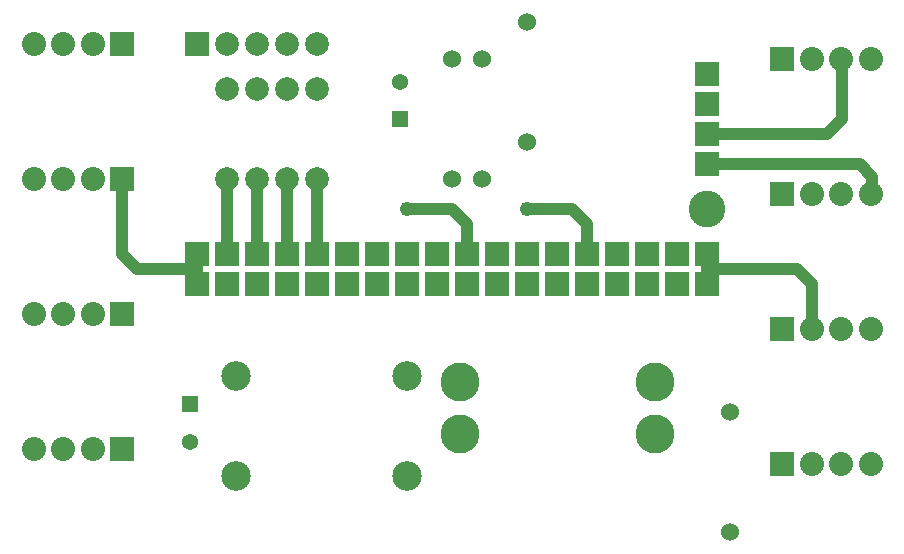
<source format=gbr>
G04 EasyPC Gerber Version 20.0.2 Build 4112 *
G04 #@! TF.Part,Single*
G04 #@! TF.FileFunction,Copper,L1,Top *
%FSLAX35Y35*%
%MOIN*%
G04 #@! TA.AperFunction,SMDPad*
%ADD104R,0.07874X0.07874*%
G04 #@! TA.AperFunction,ComponentPad*
%ADD102R,0.05400X0.05400*%
%ADD108R,0.07874X0.07874*%
%ADD105R,0.08000X0.08000*%
G04 #@! TD.AperFunction*
%ADD112C,0.03937*%
%ADD89C,0.04800*%
G04 #@! TA.AperFunction,ComponentPad*
%ADD103C,0.05400*%
G04 #@! TD.AperFunction*
%ADD22C,0.06000*%
G04 #@! TA.AperFunction,ComponentPad*
%ADD107C,0.07874*%
%ADD106C,0.08000*%
%ADD101C,0.09843*%
G04 #@! TA.AperFunction,WasherPad*
%ADD100C,0.12205*%
G04 #@! TA.AperFunction,ComponentPad*
%ADD110C,0.12992*%
G04 #@! TA.AperFunction,SMDPad*
%ADD109R,0.07874X0.07874*%
X0Y0D02*
D02*
D22*
X150256Y127750D03*
Y167750D03*
X160256Y127750D03*
Y167750D03*
X175256Y140250D03*
Y180250D03*
X242756Y10250D03*
Y50250D03*
D02*
D89*
X135256Y117750D03*
X175256D03*
D02*
D100*
X235256D03*
D02*
D101*
X78169Y28695D03*
Y62159D03*
X135256Y28695D03*
Y62159D03*
D02*
D102*
X62756Y52750D03*
X132756Y147750D03*
D02*
D103*
X62756Y40250D03*
X132756Y160250D03*
D02*
D104*
X65256Y92750D03*
Y102750D03*
X75256Y92750D03*
Y102750D03*
X85256Y92750D03*
Y102750D03*
X95256Y92750D03*
Y102750D03*
X105256Y92750D03*
Y102750D03*
X115256Y92750D03*
X125256D03*
X135256D03*
X145256D03*
X155256D03*
Y102750D03*
X165256Y92750D03*
Y102750D03*
X175256D03*
X195256D03*
X205256Y92750D03*
Y102750D03*
X215256Y92750D03*
Y102750D03*
X225256Y92750D03*
Y102750D03*
X235256Y92750D03*
Y102750D03*
Y132750D03*
Y142750D03*
Y152750D03*
Y162750D03*
D02*
D105*
X40256Y37750D03*
Y82750D03*
Y127750D03*
Y172750D03*
X260256Y32750D03*
Y77750D03*
Y122750D03*
Y167750D03*
D02*
D106*
X10728Y37750D03*
Y82750D03*
Y127750D03*
Y172750D03*
X20571Y37750D03*
Y82750D03*
Y127750D03*
Y172750D03*
X30413Y37750D03*
Y82750D03*
Y127750D03*
Y172750D03*
X270098Y32750D03*
Y77750D03*
Y122750D03*
Y167750D03*
X279941Y32750D03*
Y77750D03*
Y122750D03*
Y167750D03*
X289783Y32750D03*
Y77750D03*
Y122750D03*
Y167750D03*
D02*
D107*
X75222Y127750D03*
Y157750D03*
X75256Y172750D03*
X85222Y127750D03*
Y157750D03*
X85256Y172750D03*
X95222Y127750D03*
Y157750D03*
X95256Y172750D03*
X105222Y127750D03*
Y157750D03*
X105256Y172750D03*
D02*
D108*
X65256D03*
D02*
D109*
X115256Y102750D03*
X125256D03*
X135256D03*
X145256D03*
X175256Y92750D03*
X185256D03*
Y102750D03*
X195256Y92750D03*
D02*
D110*
X152717Y60250D03*
X152756Y42750D03*
X217756Y60250D03*
X217795Y42750D03*
D02*
D112*
X40256Y127750D02*
Y102750D01*
X45256Y97750*
X65256*
Y92750*
Y102750D02*
Y97750D01*
X75222Y127750D02*
X75256Y102750D01*
X85222Y127750D02*
X85256Y102750D01*
X95222Y127750D02*
X95256Y102750D01*
X105222Y127750D02*
X105256Y102750D01*
X135256Y117750D02*
X150256D01*
X155256Y112750*
Y102750*
X175256Y117750D02*
X190256D01*
X195256Y112750*
Y102750*
X235256Y97750D02*
Y92750D01*
Y102750D02*
Y92750D01*
Y102750D02*
Y97750D01*
X270098Y77750D02*
X270256D01*
Y92750*
X265256Y97750*
X235256*
Y102750*
X279941Y167750D02*
X280256D01*
Y147750*
X275256Y142750*
X235256*
X289783Y122750D02*
X290256D01*
Y128634*
X286140Y132750*
X235256*
X0Y0D02*
M02*

</source>
